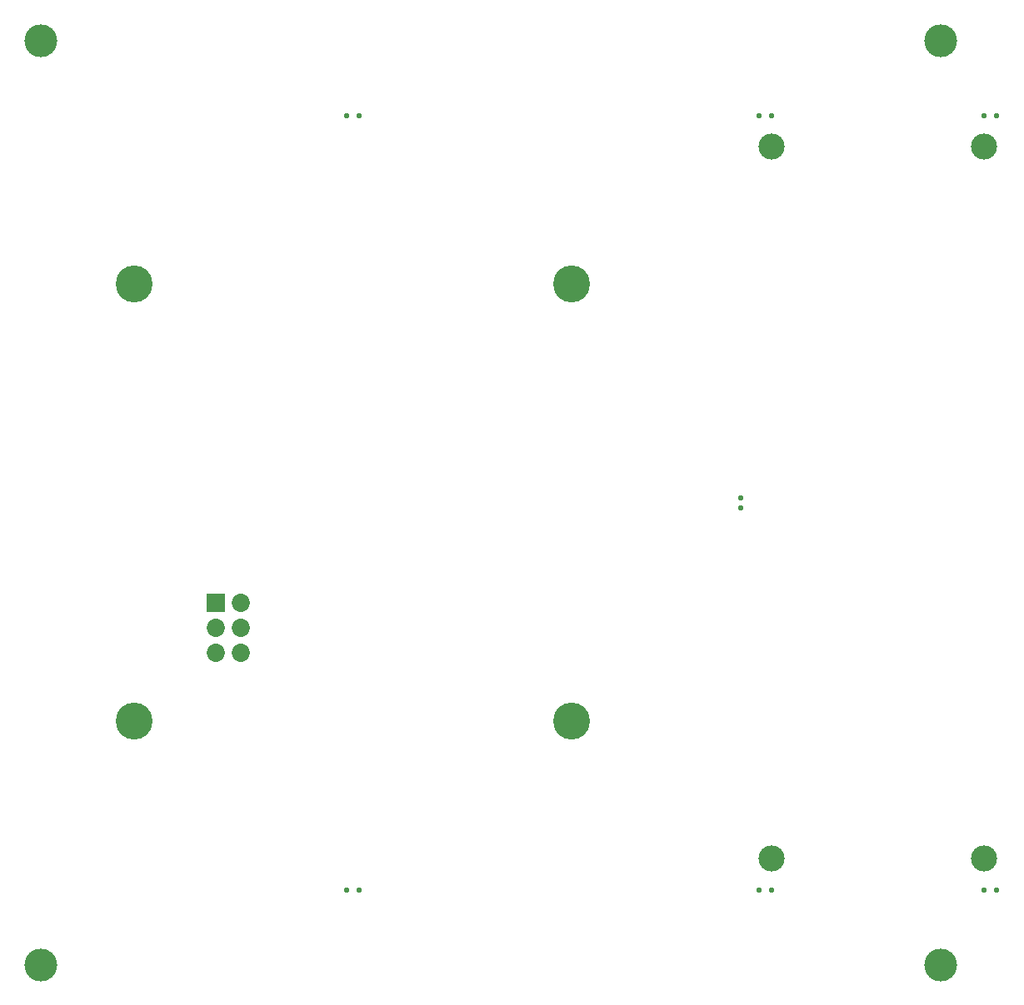
<source format=gbr>
G04 (created by PCBNEW (2013-07-07 BZR 4022)-stable) date 11/9/2013 7:35:54 PM*
%MOIN*%
G04 Gerber Fmt 3.4, Leading zero omitted, Abs format*
%FSLAX34Y34*%
G01*
G70*
G90*
G04 APERTURE LIST*
%ADD10C,0.006*%
%ADD11C,0.104425*%
%ADD12C,0.021*%
%ADD13C,0.147732*%
%ADD14R,0.0729291X0.0729291*%
%ADD15C,0.0729291*%
%ADD16C,0.131*%
G04 APERTURE END LIST*
G54D10*
G54D11*
X40250Y6750D03*
X31750Y6750D03*
X40250Y35250D03*
X31750Y35250D03*
G54D12*
X30500Y21200D03*
X30500Y20800D03*
G54D13*
X6250Y29750D03*
X23750Y12250D03*
X6250Y12250D03*
X23750Y29750D03*
G54D14*
X9500Y17000D03*
G54D15*
X10500Y17000D03*
X9500Y16000D03*
X10500Y16000D03*
X9500Y15000D03*
X10500Y15000D03*
G54D12*
X14750Y5500D03*
X15250Y5500D03*
X31250Y5500D03*
X31750Y5500D03*
X40250Y5500D03*
X40750Y5500D03*
X40750Y36500D03*
X40250Y36500D03*
X31250Y36500D03*
X31750Y36500D03*
X14750Y36500D03*
X15250Y36500D03*
G54D16*
X2500Y39500D03*
X38500Y39500D03*
X38500Y2500D03*
X2500Y2500D03*
M02*

</source>
